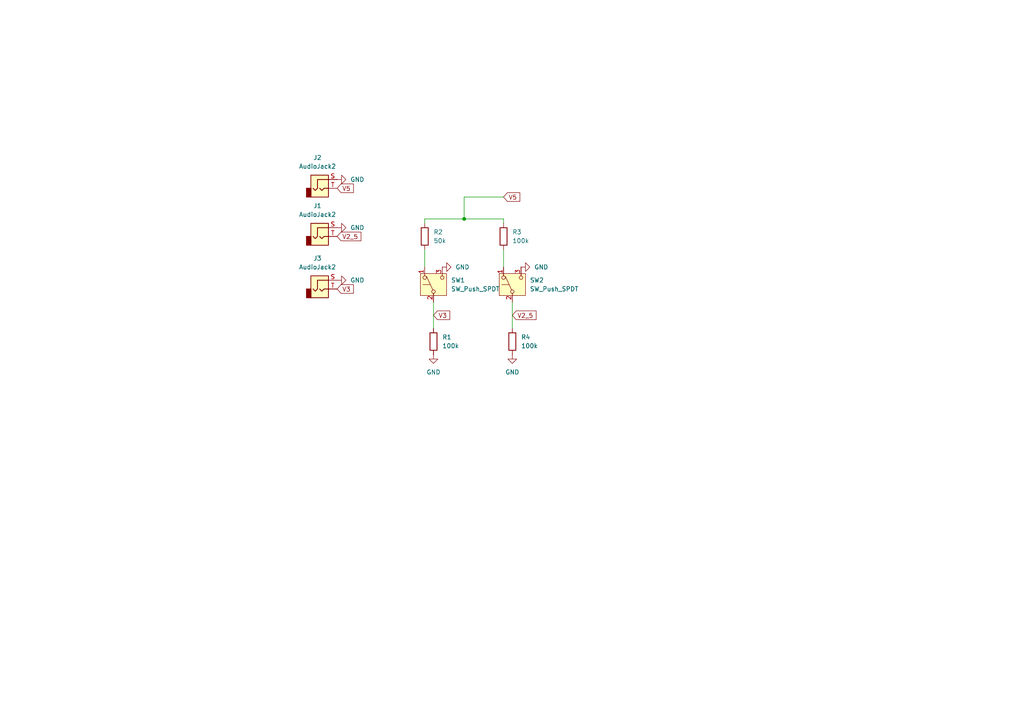
<source format=kicad_sch>
(kicad_sch (version 20231120) (generator "eeschema") (generator_version "8.0")
  (paper "A4")
  (lib_symbols
    (symbol "Connector_Audio:AudioJack2"
      (property "Reference" "J" (at 0 8.89 0))
      (property "Value" "AudioJack2" (at 0 6.35 0))
      (symbol "AudioJack2_0_1"
        (rectangle (start -3.81 0) (end -2.54 -2.54) (stroke (width 0.254)) (fill (type outline)))
        (rectangle (start -2.54 3.81) (end 2.54 -2.54) (stroke (width 0.254)) (fill (type background)))
        (polyline (pts (xy 0 0) (xy 0.635 -0.635) (xy 1.27 0) (xy 2.54 0)) (stroke (width 0.254)))
        (polyline (pts (xy 2.54 2.54) (xy -0.635 2.54) (xy -0.635 0) (xy -1.27 -0.635) (xy -1.905 0)) (stroke (width 0.254)))
      )
      (symbol "AudioJack2_1_1"
        (pin passive line (at 5.08 2.54 180) (length 2.54) (name "~") (number "S"))
        (pin passive line (at 5.08 0 180) (length 2.54) (name "~") (number "T"))
      )
    )
    (symbol "Device:R" (pin_numbers hide) (pin_names (offset 0))
      (property "Reference" "R" (at 2.032 0 90))
      (property "Value" "R" (at 0 0 90))
      (symbol "R_0_1"
        (rectangle (start -1.016 -2.54) (end 1.016 2.54) (stroke (width 0.254)))
      )
      (symbol "R_1_1"
        (pin passive line (at 0 3.81 270) (length 1.27) (name "~") (number "1"))
        (pin passive line (at 0 -3.81 90) (length 1.27) (name "~") (number "2"))
      )
    )
    (symbol "Switch:SW_Push_SPDT" (pin_names (offset 0) hide)
      (property "Reference" "SW" (at 0 5.08 0))
      (property "Value" "SW_Push_SPDT" (at 0 -5.08 0))
      (symbol "SW_Push_SPDT_0_0"
        (circle (center -2.032 0) (radius 0.508))
        (polyline (pts (xy 0 1.016) (xy 0 3.048)))
        (circle (center 2.032 -2.54) (radius 0.508))
      )
      (symbol "SW_Push_SPDT_0_1"
        (polyline (pts (xy -1.524 0.2032) (xy 2.3368 1.9812)))
        (circle (center 2.032 2.54) (radius 0.508))
      )
      (symbol "SW_Push_SPDT_1_1"
        (rectangle (start -3.175 3.81) (end 3.175 -3.81) (fill (type background)))
        (pin passive line (at 5.08 2.54 180) (length 2.54) (name "A") (number "1"))
        (pin passive line (at -5.08 0 0) (length 2.54) (name "B") (number "2"))
        (pin passive line (at 5.08 -2.54 180) (length 2.54) (name "C") (number "3"))
      )
    )
    (symbol "power:GND" (power) (pin_numbers hide) (pin_names (offset 0) hide)
      (property "Value" "GND" (at 0 -3.81 0))
      (symbol "GND_0_1"
        (polyline (pts (xy 0 0) (xy 0 -1.27) (xy 1.27 -1.27) (xy 0 -2.54) (xy -1.27 -1.27) (xy 0 -1.27)))
      )
      (symbol "GND_1_1"
        (pin power_in line (at 0 0 270) (length 0) (name "~") (number "1"))
      )
    )
  )
  (junction (at 134.62 63.5))
  (wire (pts (xy 148.59 87.63) (xy 148.59 95.25)))
  (wire (pts (xy 125.73 87.63) (xy 125.73 95.25)))
  (wire (pts (xy 123.19 63.5) (xy 134.62 63.5)))
  (wire (pts (xy 146.05 57.15) (xy 134.62 57.15)))
  (wire (pts (xy 123.19 63.5) (xy 123.19 64.77)))
  (wire (pts (xy 123.19 77.47) (xy 123.19 72.39)))
  (wire (pts (xy 134.62 63.5) (xy 146.05 63.5)))
  (wire (pts (xy 146.05 77.47) (xy 146.05 72.39)))
  (wire (pts (xy 134.62 57.15) (xy 134.62 63.5)))
  (wire (pts (xy 146.05 63.5) (xy 146.05 64.77)))
  (global_label "V5" (shape input) (at 97.79 54.61 0) (property "Intersheetrefs" "${INTERSHEET_REFS}" (effects (hide yes))))
  (global_label "V5" (shape input) (at 146.05 57.15 0) (property "Intersheetrefs" "${INTERSHEET_REFS}" (effects (hide yes))))
  (global_label "V3" (shape input) (at 125.73 91.44 0) (property "Intersheetrefs" "${INTERSHEET_REFS}" (effects (hide yes))))
  (global_label "V2_5" (shape input) (at 148.59 91.44 0) (property "Intersheetrefs" "${INTERSHEET_REFS}" (effects (hide yes))))
  (global_label "V3" (shape input) (at 97.79 83.82 0) (property "Intersheetrefs" "${INTERSHEET_REFS}" (effects (hide yes))))
  (global_label "V2_5" (shape input) (at 97.79 68.58 0) (property "Intersheetrefs" "${INTERSHEET_REFS}" (effects (hide yes))))
  (symbol (lib_id "Connector_Audio:AudioJack2") (at 92.71 68.58 0) (unit 1)
    (property "Reference" "J1" (at 92.075 59.69 0))
    (property "Value" "AudioJack2" (at 92.075 62.23 0))
    (property "Footprint" "AudioJacks:Jack_3.5mm_QingPu_WQP-PJ398SM_Vertical" (effects (hide yes)))
    (property "Description" "Audio Jack, 2 Poles (Mono / TS)" (effects (hide yes)))
  )
  (symbol (lib_id "Switch:SW_Push_SPDT") (at 148.59 82.55 90) (unit 1)
    (property "Reference" "SW2" (at 153.67 81.2799 90) (effects (justify right)))
    (property "Value" "SW_Push_SPDT" (at 153.67 83.8199 90) (effects (justify right)))
    (property "Footprint" "Euro:ANT11SECQE" (effects (hide yes)))
    (property "Description" "Momentary Switch, single pole double throw" (effects (hide yes)))
  )
  (symbol (lib_id "Device:R") (at 148.59 99.06 0) (unit 1)
    (property "Reference" "R4" (at 151.13 97.7899 0) (effects (justify left)))
    (property "Value" "100k" (at 151.13 100.3299 0) (effects (justify left)))
    (property "Footprint" "Resistor_SMD:R_0805_2012Metric" (effects (hide yes)))
    (property "Description" "Resistor" (effects (hide yes)))
  )
  (symbol (lib_id "Switch:SW_Push_SPDT") (at 125.73 82.55 90) (unit 1)
    (property "Reference" "SW1" (at 130.81 81.2799 90) (effects (justify right)))
    (property "Value" "SW_Push_SPDT" (at 130.81 83.8199 90) (effects (justify right)))
    (property "Footprint" "Euro:ANT11SECQE" (effects (hide yes)))
    (property "Description" "Momentary Switch, single pole double throw" (effects (hide yes)))
  )
  (symbol (lib_id "power:GND") (at 125.73 102.87 0) (unit 1)
    (property "Reference" "#PWR03" (effects (hide yes)))
    (property "Value" "GND" (at 125.73 107.95 0))
    (property "Description" "Power symbol creates a global label with name \"GND\" , ground" (effects (hide yes)))
  )
  (symbol (lib_id "Connector_Audio:AudioJack2") (at 92.71 83.82 0) (unit 1)
    (property "Reference" "J3" (at 92.075 74.93 0))
    (property "Value" "AudioJack2" (at 92.075 77.47 0))
    (property "Footprint" "AudioJacks:Jack_3.5mm_QingPu_WQP-PJ398SM_Vertical" (effects (hide yes)))
    (property "Description" "Audio Jack, 2 Poles (Mono / TS)" (effects (hide yes)))
  )
  (symbol (lib_id "Device:R") (at 146.05 68.58 0) (unit 1)
    (property "Reference" "R3" (at 148.59 67.3099 0) (effects (justify left)))
    (property "Value" "100k" (at 148.59 69.8499 0) (effects (justify left)))
    (property "Footprint" "Resistor_SMD:R_0805_2012Metric" (effects (hide yes)))
    (property "Description" "Resistor" (effects (hide yes)))
  )
  (symbol (lib_id "power:GND") (at 148.59 102.87 0) (unit 1)
    (property "Reference" "#PWR04" (effects (hide yes)))
    (property "Value" "GND" (at 148.59 107.95 0))
    (property "Description" "Power symbol creates a global label with name \"GND\" , ground" (effects (hide yes)))
  )
  (symbol (lib_id "power:GND") (at 97.79 81.28 90) (unit 1)
    (property "Reference" "#PWR05" (effects (hide yes)))
    (property "Value" "GND" (at 101.6 81.2799 90) (effects (justify right)))
    (property "Description" "Power symbol creates a global label with name \"GND\" , ground" (effects (hide yes)))
  )
  (symbol (lib_id "Device:R") (at 123.19 68.58 0) (unit 1)
    (property "Reference" "R2" (at 125.73 67.3099 0) (effects (justify left)))
    (property "Value" "50k" (at 125.73 69.8499 0) (effects (justify left)))
    (property "Footprint" "Resistor_SMD:R_0805_2012Metric" (effects (hide yes)))
    (property "Description" "Resistor" (effects (hide yes)))
  )
  (symbol (lib_id "power:GND") (at 151.13 77.47 90) (unit 1)
    (property "Reference" "#PWR07" (effects (hide yes)))
    (property "Value" "GND" (at 154.94 77.4699 90) (effects (justify right)))
    (property "Description" "Power symbol creates a global label with name \"GND\" , ground" (effects (hide yes)))
  )
  (symbol (lib_id "Connector_Audio:AudioJack2") (at 92.71 54.61 0) (unit 1)
    (property "Reference" "J2" (at 92.075 45.72 0))
    (property "Value" "AudioJack2" (at 92.075 48.26 0))
    (property "Footprint" "AudioJacks:Jack_3.5mm_QingPu_WQP-PJ398SM_Vertical" (effects (hide yes)))
    (property "Description" "Audio Jack, 2 Poles (Mono / TS)" (effects (hide yes)))
  )
  (symbol (lib_id "Device:R") (at 125.73 99.06 0) (unit 1)
    (property "Reference" "R1" (at 128.27 97.7899 0) (effects (justify left)))
    (property "Value" "100k" (at 128.27 100.3299 0) (effects (justify left)))
    (property "Footprint" "Resistor_SMD:R_0805_2012Metric" (effects (hide yes)))
    (property "Description" "Resistor" (effects (hide yes)))
  )
  (symbol (lib_id "power:GND") (at 97.79 66.04 90) (unit 1)
    (property "Reference" "#PWR01" (effects (hide yes)))
    (property "Value" "GND" (at 101.6 66.0399 90) (effects (justify right)))
    (property "Description" "Power symbol creates a global label with name \"GND\" , ground" (effects (hide yes)))
  )
  (symbol (lib_id "power:GND") (at 97.79 52.07 90) (unit 1)
    (property "Reference" "#PWR02" (effects (hide yes)))
    (property "Value" "GND" (at 101.6 52.0699 90) (effects (justify right)))
    (property "Description" "Power symbol creates a global label with name \"GND\" , ground" (effects (hide yes)))
  )
  (symbol (lib_id "power:GND") (at 128.27 77.47 90) (unit 1)
    (property "Reference" "#PWR06" (effects (hide yes)))
    (property "Value" "GND" (at 132.08 77.4699 90) (effects (justify right)))
    (property "Description" "Power symbol creates a global label with name \"GND\" , ground" (effects (hide yes)))
  )
)
</source>
